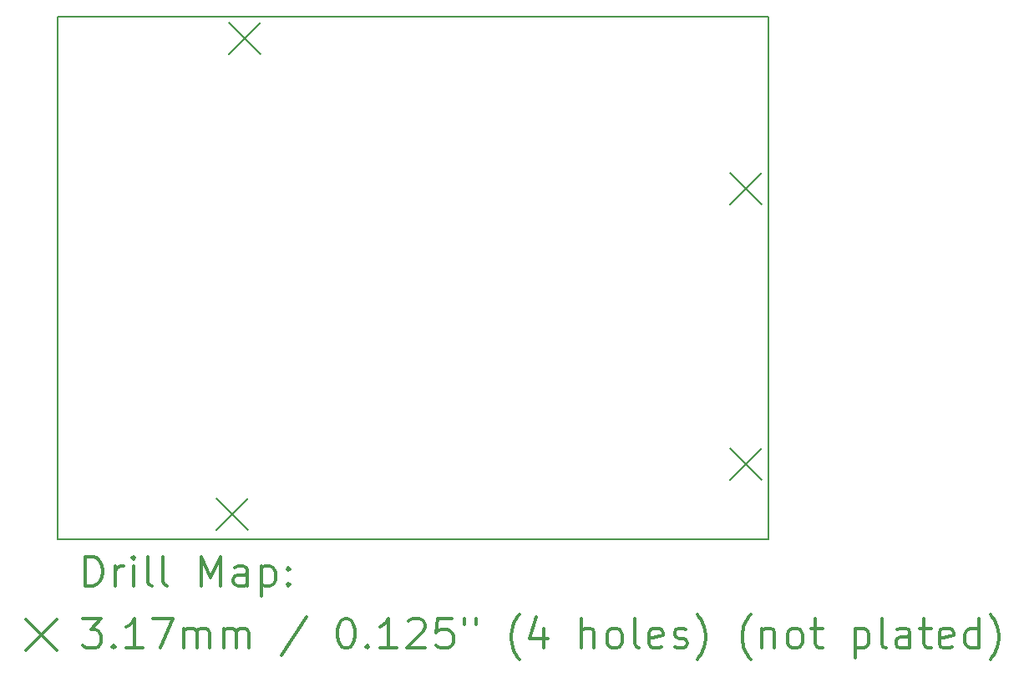
<source format=gbr>
%FSLAX45Y45*%
G04 Gerber Fmt 4.5, Leading zero omitted, Abs format (unit mm)*
G04 Created by KiCad (PCBNEW 5.0.2-bee76a0~70~ubuntu18.04.1) date Fr 23 Aug 2019 08:39:26 CEST*
%MOMM*%
%LPD*%
G01*
G04 APERTURE LIST*
%ADD10C,0.150000*%
%ADD11C,0.200000*%
%ADD12C,0.300000*%
G04 APERTURE END LIST*
D10*
X12300000Y-13000000D02*
X12300000Y-7700000D01*
X5100000Y-7700000D02*
X5100000Y-13000000D01*
X12300000Y-7700000D02*
X5100000Y-7700000D01*
X5100000Y-13000000D02*
X12300000Y-13000000D01*
D11*
X6708250Y-12587250D02*
X7025750Y-12904750D01*
X7025750Y-12587250D02*
X6708250Y-12904750D01*
X6835250Y-7761250D02*
X7152750Y-8078750D01*
X7152750Y-7761250D02*
X6835250Y-8078750D01*
X11915250Y-9285250D02*
X12232750Y-9602750D01*
X12232750Y-9285250D02*
X11915250Y-9602750D01*
X11915250Y-12079250D02*
X12232750Y-12396750D01*
X12232750Y-12079250D02*
X11915250Y-12396750D01*
D12*
X5378928Y-13473214D02*
X5378928Y-13173214D01*
X5450357Y-13173214D01*
X5493214Y-13187500D01*
X5521786Y-13216071D01*
X5536071Y-13244643D01*
X5550357Y-13301786D01*
X5550357Y-13344643D01*
X5536071Y-13401786D01*
X5521786Y-13430357D01*
X5493214Y-13458929D01*
X5450357Y-13473214D01*
X5378928Y-13473214D01*
X5678928Y-13473214D02*
X5678928Y-13273214D01*
X5678928Y-13330357D02*
X5693214Y-13301786D01*
X5707500Y-13287500D01*
X5736071Y-13273214D01*
X5764643Y-13273214D01*
X5864643Y-13473214D02*
X5864643Y-13273214D01*
X5864643Y-13173214D02*
X5850357Y-13187500D01*
X5864643Y-13201786D01*
X5878928Y-13187500D01*
X5864643Y-13173214D01*
X5864643Y-13201786D01*
X6050357Y-13473214D02*
X6021786Y-13458929D01*
X6007500Y-13430357D01*
X6007500Y-13173214D01*
X6207500Y-13473214D02*
X6178928Y-13458929D01*
X6164643Y-13430357D01*
X6164643Y-13173214D01*
X6550357Y-13473214D02*
X6550357Y-13173214D01*
X6650357Y-13387500D01*
X6750357Y-13173214D01*
X6750357Y-13473214D01*
X7021786Y-13473214D02*
X7021786Y-13316071D01*
X7007500Y-13287500D01*
X6978928Y-13273214D01*
X6921786Y-13273214D01*
X6893214Y-13287500D01*
X7021786Y-13458929D02*
X6993214Y-13473214D01*
X6921786Y-13473214D01*
X6893214Y-13458929D01*
X6878928Y-13430357D01*
X6878928Y-13401786D01*
X6893214Y-13373214D01*
X6921786Y-13358929D01*
X6993214Y-13358929D01*
X7021786Y-13344643D01*
X7164643Y-13273214D02*
X7164643Y-13573214D01*
X7164643Y-13287500D02*
X7193214Y-13273214D01*
X7250357Y-13273214D01*
X7278928Y-13287500D01*
X7293214Y-13301786D01*
X7307500Y-13330357D01*
X7307500Y-13416071D01*
X7293214Y-13444643D01*
X7278928Y-13458929D01*
X7250357Y-13473214D01*
X7193214Y-13473214D01*
X7164643Y-13458929D01*
X7436071Y-13444643D02*
X7450357Y-13458929D01*
X7436071Y-13473214D01*
X7421786Y-13458929D01*
X7436071Y-13444643D01*
X7436071Y-13473214D01*
X7436071Y-13287500D02*
X7450357Y-13301786D01*
X7436071Y-13316071D01*
X7421786Y-13301786D01*
X7436071Y-13287500D01*
X7436071Y-13316071D01*
X4775000Y-13808750D02*
X5092500Y-14126250D01*
X5092500Y-13808750D02*
X4775000Y-14126250D01*
X5350357Y-13803214D02*
X5536071Y-13803214D01*
X5436071Y-13917500D01*
X5478928Y-13917500D01*
X5507500Y-13931786D01*
X5521786Y-13946071D01*
X5536071Y-13974643D01*
X5536071Y-14046071D01*
X5521786Y-14074643D01*
X5507500Y-14088929D01*
X5478928Y-14103214D01*
X5393214Y-14103214D01*
X5364643Y-14088929D01*
X5350357Y-14074643D01*
X5664643Y-14074643D02*
X5678928Y-14088929D01*
X5664643Y-14103214D01*
X5650357Y-14088929D01*
X5664643Y-14074643D01*
X5664643Y-14103214D01*
X5964643Y-14103214D02*
X5793214Y-14103214D01*
X5878928Y-14103214D02*
X5878928Y-13803214D01*
X5850357Y-13846071D01*
X5821786Y-13874643D01*
X5793214Y-13888929D01*
X6064643Y-13803214D02*
X6264643Y-13803214D01*
X6136071Y-14103214D01*
X6378928Y-14103214D02*
X6378928Y-13903214D01*
X6378928Y-13931786D02*
X6393214Y-13917500D01*
X6421786Y-13903214D01*
X6464643Y-13903214D01*
X6493214Y-13917500D01*
X6507500Y-13946071D01*
X6507500Y-14103214D01*
X6507500Y-13946071D02*
X6521786Y-13917500D01*
X6550357Y-13903214D01*
X6593214Y-13903214D01*
X6621786Y-13917500D01*
X6636071Y-13946071D01*
X6636071Y-14103214D01*
X6778928Y-14103214D02*
X6778928Y-13903214D01*
X6778928Y-13931786D02*
X6793214Y-13917500D01*
X6821786Y-13903214D01*
X6864643Y-13903214D01*
X6893214Y-13917500D01*
X6907500Y-13946071D01*
X6907500Y-14103214D01*
X6907500Y-13946071D02*
X6921786Y-13917500D01*
X6950357Y-13903214D01*
X6993214Y-13903214D01*
X7021786Y-13917500D01*
X7036071Y-13946071D01*
X7036071Y-14103214D01*
X7621786Y-13788929D02*
X7364643Y-14174643D01*
X8007500Y-13803214D02*
X8036071Y-13803214D01*
X8064643Y-13817500D01*
X8078928Y-13831786D01*
X8093214Y-13860357D01*
X8107500Y-13917500D01*
X8107500Y-13988929D01*
X8093214Y-14046071D01*
X8078928Y-14074643D01*
X8064643Y-14088929D01*
X8036071Y-14103214D01*
X8007500Y-14103214D01*
X7978928Y-14088929D01*
X7964643Y-14074643D01*
X7950357Y-14046071D01*
X7936071Y-13988929D01*
X7936071Y-13917500D01*
X7950357Y-13860357D01*
X7964643Y-13831786D01*
X7978928Y-13817500D01*
X8007500Y-13803214D01*
X8236071Y-14074643D02*
X8250357Y-14088929D01*
X8236071Y-14103214D01*
X8221786Y-14088929D01*
X8236071Y-14074643D01*
X8236071Y-14103214D01*
X8536071Y-14103214D02*
X8364643Y-14103214D01*
X8450357Y-14103214D02*
X8450357Y-13803214D01*
X8421786Y-13846071D01*
X8393214Y-13874643D01*
X8364643Y-13888929D01*
X8650357Y-13831786D02*
X8664643Y-13817500D01*
X8693214Y-13803214D01*
X8764643Y-13803214D01*
X8793214Y-13817500D01*
X8807500Y-13831786D01*
X8821786Y-13860357D01*
X8821786Y-13888929D01*
X8807500Y-13931786D01*
X8636071Y-14103214D01*
X8821786Y-14103214D01*
X9093214Y-13803214D02*
X8950357Y-13803214D01*
X8936071Y-13946071D01*
X8950357Y-13931786D01*
X8978928Y-13917500D01*
X9050357Y-13917500D01*
X9078928Y-13931786D01*
X9093214Y-13946071D01*
X9107500Y-13974643D01*
X9107500Y-14046071D01*
X9093214Y-14074643D01*
X9078928Y-14088929D01*
X9050357Y-14103214D01*
X8978928Y-14103214D01*
X8950357Y-14088929D01*
X8936071Y-14074643D01*
X9221786Y-13803214D02*
X9221786Y-13860357D01*
X9336071Y-13803214D02*
X9336071Y-13860357D01*
X9778928Y-14217500D02*
X9764643Y-14203214D01*
X9736071Y-14160357D01*
X9721786Y-14131786D01*
X9707500Y-14088929D01*
X9693214Y-14017500D01*
X9693214Y-13960357D01*
X9707500Y-13888929D01*
X9721786Y-13846071D01*
X9736071Y-13817500D01*
X9764643Y-13774643D01*
X9778928Y-13760357D01*
X10021786Y-13903214D02*
X10021786Y-14103214D01*
X9950357Y-13788929D02*
X9878928Y-14003214D01*
X10064643Y-14003214D01*
X10407500Y-14103214D02*
X10407500Y-13803214D01*
X10536071Y-14103214D02*
X10536071Y-13946071D01*
X10521786Y-13917500D01*
X10493214Y-13903214D01*
X10450357Y-13903214D01*
X10421786Y-13917500D01*
X10407500Y-13931786D01*
X10721786Y-14103214D02*
X10693214Y-14088929D01*
X10678928Y-14074643D01*
X10664643Y-14046071D01*
X10664643Y-13960357D01*
X10678928Y-13931786D01*
X10693214Y-13917500D01*
X10721786Y-13903214D01*
X10764643Y-13903214D01*
X10793214Y-13917500D01*
X10807500Y-13931786D01*
X10821786Y-13960357D01*
X10821786Y-14046071D01*
X10807500Y-14074643D01*
X10793214Y-14088929D01*
X10764643Y-14103214D01*
X10721786Y-14103214D01*
X10993214Y-14103214D02*
X10964643Y-14088929D01*
X10950357Y-14060357D01*
X10950357Y-13803214D01*
X11221786Y-14088929D02*
X11193214Y-14103214D01*
X11136071Y-14103214D01*
X11107500Y-14088929D01*
X11093214Y-14060357D01*
X11093214Y-13946071D01*
X11107500Y-13917500D01*
X11136071Y-13903214D01*
X11193214Y-13903214D01*
X11221786Y-13917500D01*
X11236071Y-13946071D01*
X11236071Y-13974643D01*
X11093214Y-14003214D01*
X11350357Y-14088929D02*
X11378928Y-14103214D01*
X11436071Y-14103214D01*
X11464643Y-14088929D01*
X11478928Y-14060357D01*
X11478928Y-14046071D01*
X11464643Y-14017500D01*
X11436071Y-14003214D01*
X11393214Y-14003214D01*
X11364643Y-13988929D01*
X11350357Y-13960357D01*
X11350357Y-13946071D01*
X11364643Y-13917500D01*
X11393214Y-13903214D01*
X11436071Y-13903214D01*
X11464643Y-13917500D01*
X11578928Y-14217500D02*
X11593214Y-14203214D01*
X11621786Y-14160357D01*
X11636071Y-14131786D01*
X11650357Y-14088929D01*
X11664643Y-14017500D01*
X11664643Y-13960357D01*
X11650357Y-13888929D01*
X11636071Y-13846071D01*
X11621786Y-13817500D01*
X11593214Y-13774643D01*
X11578928Y-13760357D01*
X12121786Y-14217500D02*
X12107500Y-14203214D01*
X12078928Y-14160357D01*
X12064643Y-14131786D01*
X12050357Y-14088929D01*
X12036071Y-14017500D01*
X12036071Y-13960357D01*
X12050357Y-13888929D01*
X12064643Y-13846071D01*
X12078928Y-13817500D01*
X12107500Y-13774643D01*
X12121786Y-13760357D01*
X12236071Y-13903214D02*
X12236071Y-14103214D01*
X12236071Y-13931786D02*
X12250357Y-13917500D01*
X12278928Y-13903214D01*
X12321786Y-13903214D01*
X12350357Y-13917500D01*
X12364643Y-13946071D01*
X12364643Y-14103214D01*
X12550357Y-14103214D02*
X12521786Y-14088929D01*
X12507500Y-14074643D01*
X12493214Y-14046071D01*
X12493214Y-13960357D01*
X12507500Y-13931786D01*
X12521786Y-13917500D01*
X12550357Y-13903214D01*
X12593214Y-13903214D01*
X12621786Y-13917500D01*
X12636071Y-13931786D01*
X12650357Y-13960357D01*
X12650357Y-14046071D01*
X12636071Y-14074643D01*
X12621786Y-14088929D01*
X12593214Y-14103214D01*
X12550357Y-14103214D01*
X12736071Y-13903214D02*
X12850357Y-13903214D01*
X12778928Y-13803214D02*
X12778928Y-14060357D01*
X12793214Y-14088929D01*
X12821786Y-14103214D01*
X12850357Y-14103214D01*
X13178928Y-13903214D02*
X13178928Y-14203214D01*
X13178928Y-13917500D02*
X13207500Y-13903214D01*
X13264643Y-13903214D01*
X13293214Y-13917500D01*
X13307500Y-13931786D01*
X13321786Y-13960357D01*
X13321786Y-14046071D01*
X13307500Y-14074643D01*
X13293214Y-14088929D01*
X13264643Y-14103214D01*
X13207500Y-14103214D01*
X13178928Y-14088929D01*
X13493214Y-14103214D02*
X13464643Y-14088929D01*
X13450357Y-14060357D01*
X13450357Y-13803214D01*
X13736071Y-14103214D02*
X13736071Y-13946071D01*
X13721786Y-13917500D01*
X13693214Y-13903214D01*
X13636071Y-13903214D01*
X13607500Y-13917500D01*
X13736071Y-14088929D02*
X13707500Y-14103214D01*
X13636071Y-14103214D01*
X13607500Y-14088929D01*
X13593214Y-14060357D01*
X13593214Y-14031786D01*
X13607500Y-14003214D01*
X13636071Y-13988929D01*
X13707500Y-13988929D01*
X13736071Y-13974643D01*
X13836071Y-13903214D02*
X13950357Y-13903214D01*
X13878928Y-13803214D02*
X13878928Y-14060357D01*
X13893214Y-14088929D01*
X13921786Y-14103214D01*
X13950357Y-14103214D01*
X14164643Y-14088929D02*
X14136071Y-14103214D01*
X14078928Y-14103214D01*
X14050357Y-14088929D01*
X14036071Y-14060357D01*
X14036071Y-13946071D01*
X14050357Y-13917500D01*
X14078928Y-13903214D01*
X14136071Y-13903214D01*
X14164643Y-13917500D01*
X14178928Y-13946071D01*
X14178928Y-13974643D01*
X14036071Y-14003214D01*
X14436071Y-14103214D02*
X14436071Y-13803214D01*
X14436071Y-14088929D02*
X14407500Y-14103214D01*
X14350357Y-14103214D01*
X14321786Y-14088929D01*
X14307500Y-14074643D01*
X14293214Y-14046071D01*
X14293214Y-13960357D01*
X14307500Y-13931786D01*
X14321786Y-13917500D01*
X14350357Y-13903214D01*
X14407500Y-13903214D01*
X14436071Y-13917500D01*
X14550357Y-14217500D02*
X14564643Y-14203214D01*
X14593214Y-14160357D01*
X14607500Y-14131786D01*
X14621786Y-14088929D01*
X14636071Y-14017500D01*
X14636071Y-13960357D01*
X14621786Y-13888929D01*
X14607500Y-13846071D01*
X14593214Y-13817500D01*
X14564643Y-13774643D01*
X14550357Y-13760357D01*
M02*

</source>
